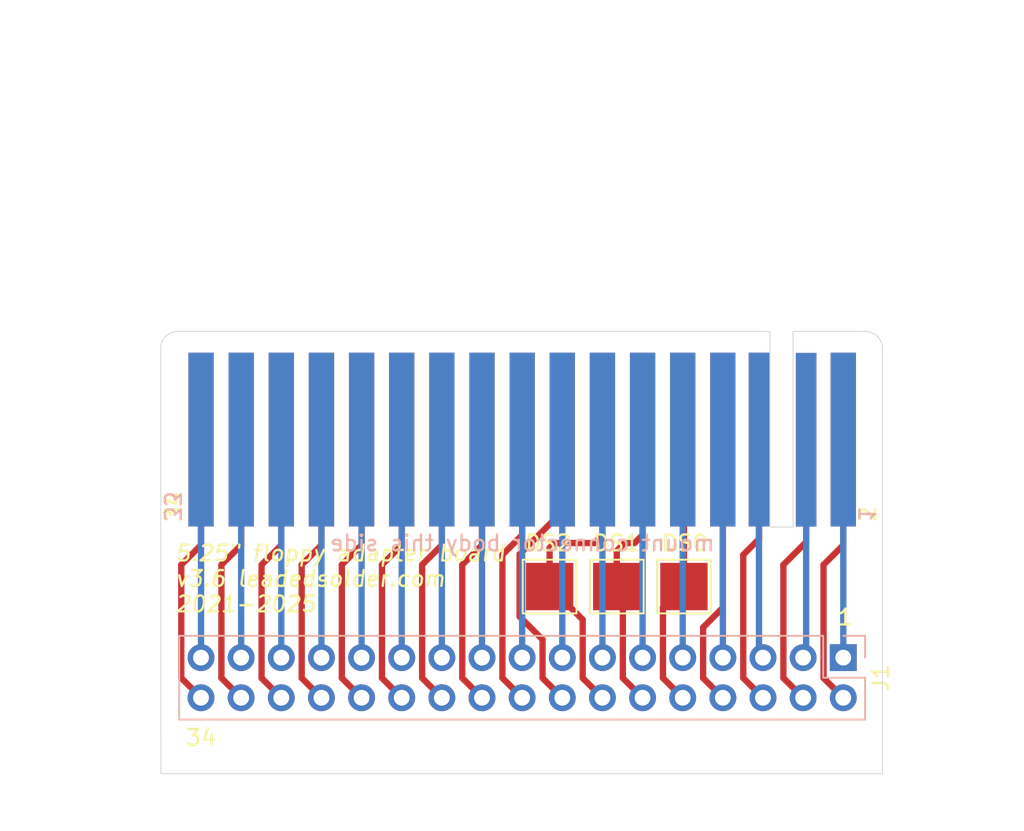
<source format=kicad_pcb>
(kicad_pcb (version 20241229) (generator "pcbnew") (generator_version "9.0")
  (layers (0 "F.Cu" signal) (2 "B.Cu" signal) (13 "F.Paste" user) (15 "B.Paste" user) (5 "F.SilkS" user "F.Silkscreen") (7 "B.SilkS" user "B.Silkscreen") (1 "F.Mask" user) (3 "B.Mask" user) (25 "Edge.Cuts" user))
  (net 0 "")
  (net 1 "/DriveSelect2")
  (net 2 "/DriveSelect1")
  (net 3 "/DriveSelect0")
  (net 4 "Net-(J1-Pin_19)")
  (net 5 "Net-(J1-Pin_22)")
  (net 6 "Net-(J1-Pin_16)")
  (net 7 "Net-(J1-Pin_1)")
  (net 8 "Net-(J1-Pin_4)")
  (net 9 "Net-(J1-Pin_25)")
  (net 10 "Net-(J1-Pin_29)")
  (net 11 "Net-(J1-Pin_32)")
  (net 12 "Net-(J1-Pin_6)")
  (net 13 "Net-(J1-Pin_30)")
  (net 14 "Net-(J1-Pin_9)")
  (net 15 "Net-(J1-Pin_26)")
  (net 16 "Net-(J1-Pin_21)")
  (net 17 "Net-(J1-Pin_23)")
  (net 18 "Net-(J1-Pin_8)")
  (net 19 "Net-(J1-Pin_20)")
  (net 20 "Net-(J1-Pin_15)")
  (net 21 "Net-(J1-Pin_13)")
  (net 22 "Net-(J1-Pin_33)")
  (net 23 "Net-(J1-Pin_7)")
  (net 24 "Net-(J1-Pin_17)")
  (net 25 "Net-(J1-Pin_27)")
  (net 26 "Net-(J1-Pin_5)")
  (net 27 "Net-(J1-Pin_3)")
  (net 28 "Net-(J1-Pin_18)")
  (net 29 "Net-(J1-Pin_34)")
  (net 30 "Net-(J1-Pin_24)")
  (net 31 "Net-(J1-Pin_11)")
  (net 32 "Net-(J1-Pin_31)")
  (net 33 "Net-(J1-Pin_2)")
  (net 34 "Net-(J1-Pin_28)")
  (footprint "EdgeConnectors:Floppy_Connector" (layer "F.Cu") (at 187.833 94.25 -90)
    (property "Reference" "J1" (at 1.27 -2.38 270) (layer "F.SilkS"))
    (property "Value" "Female Floppy Connector")
    (fp_line (start -1.38 42.02) (end 3.92 42.02) (stroke (width 0.12)) (layer "B.SilkS"))
    (fp_line (start -1.38 1.27) (end -1.38 42.02) (stroke (width 0.12)) (layer "B.SilkS"))
    (fp_line (start -1.38 1.27) (end 1.27 1.27) (stroke (width 0.12)) (layer "B.SilkS"))
    (fp_line (start 1.27 1.27) (end 1.27 -1.38) (stroke (width 0.12)) (layer "B.SilkS"))
    (fp_line (start -1.38 0) (end -1.38 -1.38) (stroke (width 0.12)) (layer "B.SilkS"))
    (fp_line (start -1.38 -1.38) (end 0 -1.38) (stroke (width 0.12)) (layer "B.SilkS"))
    (fp_line (start 1.27 -1.38) (end 3.92 -1.38) (stroke (width 0.12)) (layer "B.SilkS"))
    (fp_line (start 3.92 -1.38) (end 3.92 42.02) (stroke (width 0.12)) (layer "B.SilkS"))
    (pad "1" thru_hole rect (at 0 0 270) (size 1.7 1.7) (drill 1) (layers "*.Cu" "*.Mask") (net 7 "Net-(J1-Pin_1)"))
    (pad "2" thru_hole circle (at 2.54 0 270) (size 1.7 1.7) (drill 1) (layers "*.Cu" "*.Mask") (net 33 "Net-(J1-Pin_2)"))
    (pad "3" thru_hole circle (at 0 2.54 270) (size 1.7 1.7) (drill 1) (layers "*.Cu" "*.Mask") (net 27 "Net-(J1-Pin_3)"))
    (pad "4" thru_hole circle (at 2.54 2.54 270) (size 1.7 1.7) (drill 1) (layers "*.Cu" "*.Mask") (net 8 "Net-(J1-Pin_4)"))
    (pad "5" thru_hole circle (at 0 5.08 270) (size 1.7 1.7) (drill 1) (layers "*.Cu" "*.Mask") (net 26 "Net-(J1-Pin_5)"))
    (pad "6" thru_hole circle (at 2.54 5.08 270) (size 1.7 1.7) (drill 1) (layers "*.Cu" "*.Mask") (net 12 "Net-(J1-Pin_6)"))
    (pad "7" thru_hole circle (at 0 7.62 270) (size 1.7 1.7) (drill 1) (layers "*.Cu" "*.Mask") (net 23 "Net-(J1-Pin_7)"))
    (pad "8" thru_hole circle (at 2.54 7.62 270) (size 1.7 1.7) (drill 1) (layers "*.Cu" "*.Mask") (net 18 "Net-(J1-Pin_8)"))
    (pad "9" thru_hole circle (at 0 10.16 270) (size 1.7 1.7) (drill 1) (layers "*.Cu" "*.Mask") (net 14 "Net-(J1-Pin_9)"))
    (pad "10" thru_hole circle (at 2.54 10.16 270) (size 1.7 1.7) (drill 1) (layers "*.Cu" "*.Mask") (net 3 "/DriveSelect0"))
    (pad "11" thru_hole circle (at 0 12.7 270) (size 1.7 1.7) (drill 1) (layers "*.Cu" "*.Mask") (net 31 "Net-(J1-Pin_11)"))
    (pad "12" thru_hole circle (at 2.54 12.7 270) (size 1.7 1.7) (drill 1) (layers "*.Cu" "*.Mask") (net 2 "/DriveSelect1"))
    (pad "13" thru_hole circle (at 0 15.24 270) (size 1.7 1.7) (drill 1) (layers "*.Cu" "*.Mask") (net 21 "Net-(J1-Pin_13)"))
    (pad "14" thru_hole circle (at 2.54 15.24 270) (size 1.7 1.7) (drill 1) (layers "*.Cu" "*.Mask") (net 1 "/DriveSelect2"))
    (pad "15" thru_hole circle (at 0 17.78 270) (size 1.7 1.7) (drill 1) (layers "*.Cu" "*.Mask") (net 20 "Net-(J1-Pin_15)"))
    (pad "16" thru_hole circle (at 2.54 17.78 270) (size 1.7 1.7) (drill 1) (layers "*.Cu" "*.Mask") (net 6 "Net-(J1-Pin_16)"))
    (pad "17" thru_hole circle (at 0 20.32 270) (size 1.7 1.7) (drill 1) (layers "*.Cu" "*.Mask") (net 24 "Net-(J1-Pin_17)"))
    (pad "18" thru_hole circle (at 2.54 20.32 270) (size 1.7 1.7) (drill 1) (layers "*.Cu" "*.Mask") (net 28 "Net-(J1-Pin_18)"))
    (pad "19" thru_hole circle (at 0 22.86 270) (size 1.7 1.7) (drill 1) (layers "*.Cu" "*.Mask") (net 4 "Net-(J1-Pin_19)"))
    (pad "20" thru_hole circle (at 2.54 22.86 270) (size 1.7 1.7) (drill 1) (layers "*.Cu" "*.Mask") (net 19 "Net-(J1-Pin_20)"))
    (pad "21" thru_hole circle (at 0 25.4 270) (size 1.7 1.7) (drill 1) (layers "*.Cu" "*.Mask") (net 16 "Net-(J1-Pin_21)"))
    (pad "22" thru_hole circle (at 2.54 25.4 270) (size 1.7 1.7) (drill 1) (layers "*.Cu" "*.Mask") (net 5 "Net-(J1-Pin_22)"))
    (pad "23" thru_hole circle (at 0 27.94 270) (size 1.7 1.7) (drill 1) (layers "*.Cu" "*.Mask") (net 17 "Net-(J1-Pin_23)"))
    (pad "24" thru_hole circle (at 2.54 27.94 270) (size 1.7 1.7) (drill 1) (layers "*.Cu" "*.Mask") (net 30 "Net-(J1-Pin_24)"))
    (pad "25" thru_hole circle (at 0 30.48 270) (size 1.7 1.7) (drill 1) (layers "*.Cu" "*.Mask") (net 9 "Net-(J1-Pin_25)"))
    (pad "26" thru_hole circle (at 2.54 30.48 270) (size 1.7 1.7) (drill 1) (layers "*.Cu" "*.Mask") (net 15 "Net-(J1-Pin_26)"))
    (pad "27" thru_hole circle (at 0 33.02 270) (size 1.7 1.7) (drill 1) (layers "*.Cu" "*.Mask") (net 25 "Net-(J1-Pin_27)"))
    (pad "28" thru_hole circle (at 2.54 33.02 270) (size 1.7 1.7) (drill 1) (layers "*.Cu" "*.Mask") (net 34 "Net-(J1-Pin_28)"))
    (pad "29" thru_hole circle (at 0 35.56 270) (size 1.7 1.7) (drill 1) (layers "*.Cu" "*.Mask") (net 10 "Net-(J1-Pin_29)"))
    (pad "30" thru_hole circle (at 2.54 35.56 270) (size 1.7 1.7) (drill 1) (layers "*.Cu" "*.Mask") (net 13 "Net-(J1-Pin_30)"))
    (pad "31" thru_hole circle (at 0 38.1 270) (size 1.7 1.7) (drill 1) (layers "*.Cu" "*.Mask") (net 32 "Net-(J1-Pin_31)"))
    (pad "32" thru_hole circle (at 2.54 38.1 270) (size 1.7 1.7) (drill 1) (layers "*.Cu" "*.Mask") (net 11 "Net-(J1-Pin_32)"))
    (pad "33" thru_hole circle (at 0 40.64 270) (size 1.7 1.7) (drill 1) (layers "*.Cu" "*.Mask") (net 22 "Net-(J1-Pin_33)"))
    (pad "34" thru_hole circle (at 2.54 40.64 270) (size 1.7 1.7) (drill 1) (layers "*.Cu" "*.Mask") (net 29 "Net-(J1-Pin_34)"))
  )
  (footprint "TestPoint:TestPoint_Pad_3.0x3.0mm" (layer "F.Cu") (at 177.75 89.75)
    (property "Reference" "TP10" (hide yes))
    (property "Value" "TestPoint")
    (fp_line (start -1.7 -1.7) (end 1.7 -1.7) (stroke (width 0.12)) (layer "F.SilkS"))
    (fp_line (start -1.7 1.7) (end -1.7 -1.7) (stroke (width 0.12)) (layer "F.SilkS"))
    (fp_line (start 1.7 -1.7) (end 1.7 1.7) (stroke (width 0.12)) (layer "F.SilkS"))
    (fp_line (start 1.7 1.7) (end -1.7 1.7) (stroke (width 0.12)) (layer "F.SilkS"))
    (pad "1" smd rect (at 0 0) (size 3 3) (layers "F.Cu" "F.Mask") (net 3 "/DriveSelect0"))
  )
  (footprint "TestPoint:TestPoint_Pad_3.0x3.0mm" (layer "F.Cu") (at 169.25 89.75)
    (property "Reference" "TP14" (hide yes))
    (property "Value" "TestPoint")
    (fp_line (start -1.7 -1.7) (end 1.7 -1.7) (stroke (width 0.12)) (layer "F.SilkS"))
    (fp_line (start -1.7 1.7) (end -1.7 -1.7) (stroke (width 0.12)) (layer "F.SilkS"))
    (fp_line (start 1.7 -1.7) (end 1.7 1.7) (stroke (width 0.12)) (layer "F.SilkS"))
    (fp_line (start 1.7 1.7) (end -1.7 1.7) (stroke (width 0.12)) (layer "F.SilkS"))
    (pad "1" smd rect (at 0 0) (size 3 3) (layers "F.Cu" "F.Mask") (net 1 "/DriveSelect2"))
  )
  (footprint "TestPoint:TestPoint_Pad_3.0x3.0mm" (layer "F.Cu") (at 173.5 89.75)
    (property "Reference" "TP12" (hide yes))
    (property "Value" "TestPoint")
    (fp_line (start -1.7 -1.7) (end 1.7 -1.7) (stroke (width 0.12)) (layer "F.SilkS"))
    (fp_line (start -1.7 1.7) (end -1.7 -1.7) (stroke (width 0.12)) (layer "F.SilkS"))
    (fp_line (start 1.7 -1.7) (end 1.7 1.7) (stroke (width 0.12)) (layer "F.SilkS"))
    (fp_line (start 1.7 1.7) (end -1.7 1.7) (stroke (width 0.12)) (layer "F.SilkS"))
    (pad "1" smd rect (at 0 0) (size 3 3) (layers "F.Cu" "F.Mask") (net 2 "/DriveSelect1"))
  )
  (footprint "EdgeConnectors:FloppyEdge" (layer "B.Cu") (at 167.513 71.501)
    (property "Reference" "J2" (hide yes))
    (property "Value" "Edge Connector" (hide yes))
    (pad "1" smd rect (at 20.32 8.9408) (size 1.6 11) (layers "B.Cu" "B.Mask" "B.Paste") (net 7 "Net-(J1-Pin_1)"))
    (pad "2" smd rect (at 20.32 8.9408) (size 1.6 11) (layers "F.Cu" "F.Mask" "F.Paste") (net 33 "Net-(J1-Pin_2)"))
    (pad "3" smd rect (at 17.9705 8.9535) (size 1.3 11) (layers "B.Cu" "B.Mask" "B.Paste") (net 27 "Net-(J1-Pin_3)"))
    (pad "4" smd rect (at 17.9705 8.9535) (size 1.3 11) (layers "F.Cu" "F.Mask" "F.Paste") (net 8 "Net-(J1-Pin_4)"))
    (pad "5" smd rect (at 14.986 8.9408) (size 1.3 11) (layers "B.Cu" "B.Mask" "B.Paste") (net 26 "Net-(J1-Pin_5)"))
    (pad "6" smd rect (at 14.986 8.9408) (size 1.3 11) (layers "F.Cu" "F.Mask" "F.Paste") (net 12 "Net-(J1-Pin_6)"))
    (pad "7" smd rect (at 12.7 8.9408) (size 1.6 11) (layers "B.Cu" "B.Mask" "B.Paste") (net 23 "Net-(J1-Pin_7)"))
    (pad "8" smd rect (at 12.7 8.9408) (size 1.6 11) (layers "F.Cu" "F.Mask" "F.Paste") (net 18 "Net-(J1-Pin_8)"))
    (pad "9" smd rect (at 10.16 8.9408) (size 1.6 11) (layers "B.Cu" "B.Mask" "B.Paste") (net 14 "Net-(J1-Pin_9)"))
    (pad "10" smd rect (at 10.16 8.9408) (size 1.6 11) (layers "F.Cu" "F.Mask" "F.Paste") (net 3 "/DriveSelect0"))
    (pad "11" smd rect (at 7.62 8.9408) (size 1.6 11) (layers "B.Cu" "B.Mask" "B.Paste") (net 31 "Net-(J1-Pin_11)"))
    (pad "12" smd rect (at 7.62 8.9408) (size 1.6 11) (layers "F.Cu" "F.Mask" "F.Paste") (net 2 "/DriveSelect1"))
    (pad "13" smd rect (at 5.08 8.9408) (size 1.6 11) (layers "B.Cu" "B.Mask" "B.Paste") (net 21 "Net-(J1-Pin_13)"))
    (pad "14" smd rect (at 5.08 8.9408) (size 1.6 11) (layers "F.Cu" "F.Mask" "F.Paste") (net 1 "/DriveSelect2"))
    (pad "15" smd rect (at 2.54 8.9408) (size 1.6 11) (layers "B.Cu" "B.Mask" "B.Paste") (net 20 "Net-(J1-Pin_15)"))
    (pad "16" smd rect (at 2.54 8.9408) (size 1.6 11) (layers "F.Cu" "F.Mask" "F.Paste") (net 6 "Net-(J1-Pin_16)"))
    (pad "17" smd rect (at 0 8.9408) (size 1.6 11) (layers "B.Cu" "B.Mask" "B.Paste") (net 24 "Net-(J1-Pin_17)"))
    (pad "18" smd rect (at 0 8.9408) (size 1.6 11) (layers "F.Cu" "F.Mask" "F.Paste") (net 28 "Net-(J1-Pin_18)"))
    (pad "19" smd rect (at -2.54 8.9408) (size 1.6 11) (layers "B.Cu" "B.Mask" "B.Paste") (net 4 "Net-(J1-Pin_19)"))
    (pad "20" smd rect (at -2.54 8.9408) (size 1.6 11) (layers "F.Cu" "F.Mask" "F.Paste") (net 19 "Net-(J1-Pin_20)"))
    (pad "21" smd rect (at -5.08 8.9408) (size 1.6 11) (layers "B.Cu" "B.Mask" "B.Paste") (net 16 "Net-(J1-Pin_21)"))
    (pad "22" smd rect (at -5.08 8.9408) (size 1.6 11) (layers "F.Cu" "F.Mask" "F.Paste") (net 5 "Net-(J1-Pin_22)"))
    (pad "23" smd rect (at -7.62 8.9408) (size 1.6 11) (layers "B.Cu" "B.Mask" "B.Paste") (net 17 "Net-(J1-Pin_23)"))
    (pad "24" smd rect (at -7.62 8.9408) (size 1.6 11) (layers "F.Cu" "F.Mask" "F.Paste") (net 30 "Net-(J1-Pin_24)"))
    (pad "25" smd rect (at -10.16 8.9408) (size 1.6 11) (layers "B.Cu" "B.Mask" "B.Paste") (net 9 "Net-(J1-Pin_25)"))
    (pad "26" smd rect (at -10.16 8.9408) (size 1.6 11) (layers "F.Cu" "F.Mask" "F.Paste") (net 15 "Net-(J1-Pin_26)"))
    (pad "27" smd rect (at -12.7 8.9408) (size 1.6 11) (layers "B.Cu" "B.Mask" "B.Paste") (net 25 "Net-(J1-Pin_27)"))
    (pad "28" smd rect (at -12.7 8.9408) (size 1.6 11) (layers "F.Cu" "F.Mask" "F.Paste") (net 34 "Net-(J1-Pin_28)"))
    (pad "29" smd rect (at -15.24 8.9408) (size 1.6 11) (layers "B.Cu" "B.Mask" "B.Paste") (net 10 "Net-(J1-Pin_29)"))
    (pad "30" smd rect (at -15.24 8.9408) (size 1.6 11) (layers "F.Cu" "F.Mask" "F.Paste") (net 13 "Net-(J1-Pin_30)"))
    (pad "31" smd rect (at -17.78 8.9408) (size 1.6 11) (layers "B.Cu" "B.Mask" "B.Paste") (net 32 "Net-(J1-Pin_31)"))
    (pad "32" smd rect (at -17.78 8.9408) (size 1.6 11) (layers "F.Cu" "F.Mask" "F.Paste") (net 11 "Net-(J1-Pin_32)"))
    (pad "33" smd rect (at -20.32 8.9408) (size 1.6 11) (layers "B.Cu" "B.Mask" "B.Paste") (net 22 "Net-(J1-Pin_33)"))
    (pad "34" smd rect (at -20.32 8.9408) (size 1.6 11) (layers "F.Cu" "F.Mask" "F.Paste") (net 29 "Net-(J1-Pin_34)"))
  )
  (gr_line (start 183.1975 73.5965) (end 183.1975 85.979) (stroke (width 0.05)) (layer "Edge.Cuts"))
  (gr_line (start 144.653 101.6) (end 190.3095 101.6) (stroke (width 0.05)) (layer "Edge.Cuts"))
  (gr_line (start 145.7198 73.5965) (end 183.1975 73.5965) (stroke (width 0.05)) (layer "Edge.Cuts"))
  (gr_line (start 189.23 73.5965) (end 184.658 73.5965) (stroke (width 0.05)) (layer "Edge.Cuts"))
  (gr_line (start 144.6403 74.676) (end 144.653 101.6) (stroke (width 0.05)) (layer "Edge.Cuts"))
  (gr_line (start 184.658 73.5965) (end 184.658 85.979) (stroke (width 0.05)) (layer "Edge.Cuts"))
  (gr_arc (start 144.6403 74.676) (mid 144.956478 73.912678) (end 145.7198 73.5965) (stroke (width 0.05)) (layer "Edge.Cuts"))
  (gr_arc (start 189.23 73.5965) (mid 189.993322 73.912678) (end 190.3095 74.676) (stroke (width 0.05)) (layer "Edge.Cuts"))
  (gr_line (start 190.3095 74.676) (end 190.3095 101.6) (stroke (width 0.05)) (layer "Edge.Cuts"))
  (gr_line (start 184.658 85.979) (end 183.1975 85.979) (stroke (width 0.05)) (layer "Edge.Cuts"))
  (gr_text "DS0" (at 177.8 86.995 0) (layer "F.SilkS") (effects (font (size 1 1))))
  (gr_text "DS2" (at 169.164 86.995 0) (layer "F.SilkS") (effects (font (size 1 1))))
  (gr_text "1" (at 187.96 91.694 0) (layer "F.SilkS") (effects (font (size 1 1))))
  (gr_text "DS1" (at 173.482 86.995 0) (layer "F.SilkS") (effects (font (size 1 1))))
  (gr_text "2" (at 189.992 85.725 90) (layer "F.SilkS") (effects (font (size 1 1)) (justify left bottom)))
  (gr_text "5.25{dblquote} floppy adapter board\nv3.6 leadedsolder.com\n2021-2025" (at 145.5 89.25 0) (layer "F.SilkS") (effects (font (size 1 1) (thickness 0.15) (italic yes)) (justify left)))
  (gr_text "34" (at 147.193 99.314 0) (layer "F.SilkS") (effects (font (size 1 1))))
  (gr_text "34" (at 146.05 85.725 90) (layer "F.SilkS") (effects (font (size 1 1)) (justify left bottom)))
  (gr_text "33" (at 144.78 85.725 270) (layer "B.SilkS") (effects (font (size 1 1)) (justify left bottom mirror)))
  (gr_text "1" (at 188.722 85.725 270) (layer "B.SilkS") (effects (font (size 1 1)) (justify left bottom mirror)))
  (gr_text "mount connector body this side" (at 167.513 87 0) (layer "B.SilkS") (effects (font (size 1 1)) (justify mirror)))
  (segment (start 169.25 89.75) (end 169.25 87.29) (width 0.4) (layer "F.Cu") (net 1))
  (segment (start 172.593 96.79) (end 171.343489 95.540489) (width 0.4) (layer "F.Cu") (net 1))
  (segment (start 169.545 86.995) (end 172.085 86.995) (width 0.4) (layer "F.Cu") (net 1))
  (segment (start 171.343489 91.843489) (end 169.25 89.75) (width 0.4) (layer "F.Cu") (net 1))
  (segment (start 171.343489 95.540489) (end 171.343489 91.843489) (width 0.4) (layer "F.Cu") (net 1))
  (segment (start 172.593 86.487) (end 172.593 80.4418) (width 0.4) (layer "F.Cu") (net 1))
  (segment (start 172.085 86.995) (end 172.593 86.487) (width 0.4) (layer "F.Cu") (net 1))
  (segment (start 169.25 87.29) (end 169.545 86.995) (width 0.4) (layer "F.Cu") (net 1))
  (segment (start 175.133 86.487) (end 175.133 80.4418) (width 0.4) (layer "F.Cu") (net 2))
  (segment (start 173.883489 95.540489) (end 173.883489 90.133489) (width 0.4) (layer "F.Cu") (net 2))
  (segment (start 173.5 89.75) (end 173.5 87.485) (width 0.4) (layer "F.Cu") (net 2))
  (segment (start 173.99 86.995) (end 174.625 86.995) (width 0.4) (layer "F.Cu") (net 2))
  (segment (start 174.625 86.995) (end 175.133 86.487) (width 0.4) (layer "F.Cu") (net 2))
  (segment (start 175.133 96.79) (end 173.883489 95.540489) (width 0.4) (layer "F.Cu") (net 2))
  (segment (start 173.5 87.485) (end 173.99 86.995) (width 0.4) (layer "F.Cu") (net 2))
  (segment (start 173.883489 90.133489) (end 173.5 89.75) (width 0.4) (layer "F.Cu") (net 2))
  (segment (start 176.423489 95.540489) (end 176.423489 91.076511) (width 0.4) (layer "F.Cu") (net 3))
  (segment (start 176.423489 91.076511) (end 177.75 89.75) (width 0.4) (layer "F.Cu") (net 3))
  (segment (start 177.673 96.79) (end 176.423489 95.540489) (width 0.4) (layer "F.Cu") (net 3))
  (segment (start 177.75 89.75) (end 177.75 80.5188) (width 0.4) (layer "F.Cu") (net 3))
  (segment (start 177.75 80.5188) (end 177.673 80.4418) (width 0.4) (layer "F.Cu") (net 3))
  (segment (start 164.973 94.25) (end 164.973 80.4418) (width 0.4) (layer "B.Cu") (net 4))
  (segment (start 162.433 87.122) (end 162.433 80.4418) (width 0.4) (layer "F.Cu") (net 5))
  (segment (start 161.183489 95.540489) (end 161.183489 88.371511) (width 0.4) (layer "F.Cu") (net 5))
  (segment (start 161.183489 88.371511) (end 162.433 87.122) (width 0.4) (layer "F.Cu") (net 5))
  (segment (start 162.433 96.79) (end 161.183489 95.540489) (width 0.4) (layer "F.Cu") (net 5))
  (segment (start 170.053 96.79) (end 168.803489 95.540489) (width 0.4) (layer "F.Cu") (net 6))
  (segment (start 167.350489 91.649511) (end 167.350489 87.703333) (width 0.4) (layer "F.Cu") (net 6))
  (segment (start 168.803489 95.540489) (end 168.803489 93.102511) (width 0.4) (layer "F.Cu") (net 6))
  (segment (start 170.053 85.000822) (end 170.053 80.4418) (width 0.4) (layer "F.Cu") (net 6))
  (segment (start 168.803489 93.102511) (end 167.350489 91.649511) (width 0.4) (layer "F.Cu") (net 6))
  (segment (start 167.350489 87.703333) (end 170.053 85.000822) (width 0.4) (layer "F.Cu") (net 6))
  (segment (start 187.833 80.4418) (end 187.833 94.25) (width 0.4) (layer "B.Cu") (net 7))
  (segment (start 185.293 96.79) (end 184.043489 95.540489) (width 0.4) (layer "F.Cu") (net 8))
  (segment (start 185.4835 86.9315) (end 185.4835 80.4545) (width 0.4) (layer "F.Cu") (net 8))
  (segment (start 184.043489 88.371511) (end 185.4835 86.9315) (width 0.4) (layer "F.Cu") (net 8))
  (segment (start 184.043489 95.540489) (end 184.043489 88.371511) (width 0.4) (layer "F.Cu") (net 8))
  (segment (start 157.353 94.25) (end 157.353 80.4418) (width 0.4) (layer "B.Cu") (net 9))
  (segment (start 152.273 94.25) (end 152.273 80.4418) (width 0.4) (layer "B.Cu") (net 10))
  (segment (start 149.733 96.79) (end 148.483489 95.540489) (width 0.4) (layer "F.Cu") (net 11))
  (segment (start 148.483489 95.540489) (end 148.483489 88.371511) (width 0.4) (layer "F.Cu") (net 11))
  (segment (start 148.483489 88.371511) (end 149.733 87.122) (width 0.4) (layer "F.Cu") (net 11))
  (segment (start 149.733 87.122) (end 149.733 80.4418) (width 0.4) (layer "F.Cu") (net 11))
  (segment (start 181.503489 87.736511) (end 182.499 86.741) (width 0.4) (layer "F.Cu") (net 12))
  (segment (start 181.503489 95.540489) (end 181.503489 87.736511) (width 0.4) (layer "F.Cu") (net 12))
  (segment (start 182.499 86.741) (end 182.499 80.4418) (width 0.4) (layer "F.Cu") (net 12))
  (segment (start 182.753 96.79) (end 181.503489 95.540489) (width 0.4) (layer "F.Cu") (net 12))
  (segment (start 151.023489 88.371511) (end 152.273 87.122) (width 0.4) (layer "F.Cu") (net 13))
  (segment (start 152.273 87.122) (end 152.273 80.4418) (width 0.4) (layer "F.Cu") (net 13))
  (segment (start 152.273 96.79) (end 151.023489 95.540489) (width 0.4) (layer "F.Cu") (net 13))
  (segment (start 151.023489 95.540489) (end 151.023489 88.371511) (width 0.4) (layer "F.Cu") (net 13))
  (segment (start 177.673 94.25) (end 177.673 80.4418) (width 0.4) (layer "B.Cu") (net 14))
  (segment (start 156.103489 88.371511) (end 157.353 87.122) (width 0.4) (layer "F.Cu") (net 15))
  (segment (start 157.353 87.122) (end 157.353 80.4418) (width 0.4) (layer "F.Cu") (net 15))
  (segment (start 156.103489 95.540489) (end 156.103489 88.371511) (width 0.4) (layer "F.Cu") (net 15))
  (segment (start 157.353 96.79) (end 156.103489 95.540489) (width 0.4) (layer "F.Cu") (net 15))
  (segment (start 162.433 94.25) (end 162.433 80.4418) (width 0.4) (layer "B.Cu") (net 16))
  (segment (start 159.893 94.25) (end 159.893 80.4418) (width 0.4) (layer "B.Cu") (net 17))
  (segment (start 180.213 91.086022) (end 180.213 80.4418) (width 0.4) (layer "F.Cu") (net 18))
  (segment (start 178.963489 95.540489) (end 178.963489 92.335533) (width 0.4) (layer "F.Cu") (net 18))
  (segment (start 180.213 96.79) (end 178.963489 95.540489) (width 0.4) (layer "F.Cu") (net 18))
  (segment (start 178.963489 92.335533) (end 180.213 91.086022) (width 0.4) (layer "F.Cu") (net 18))
  (segment (start 163.723489 88.371511) (end 164.973 87.122) (width 0.4) (layer "F.Cu") (net 19))
  (segment (start 164.973 96.79) (end 163.723489 95.540489) (width 0.4) (layer "F.Cu") (net 19))
  (segment (start 163.723489 95.540489) (end 163.723489 88.371511) (width 0.4) (layer "F.Cu") (net 19))
  (segment (start 164.973 87.122) (end 164.973 80.4418) (width 0.4) (layer "F.Cu") (net 19))
  (segment (start 170.053 94.25) (end 170.053 80.4418) (width 0.4) (layer "B.Cu") (net 20))
  (segment (start 172.593 94.25) (end 172.593 80.4418) (width 0.4) (layer "B.Cu") (net 21))
  (segment (start 147.193 94.25) (end 147.193 80.4418) (width 0.4) (layer "B.Cu") (net 22))
  (segment (start 180.213 94.25) (end 180.213 80.4418) (width 0.4) (layer "B.Cu") (net 23))
  (segment (start 167.513 94.25) (end 167.513 80.4418) (width 0.4) (layer "B.Cu") (net 24))
  (segment (start 154.813 94.25) (end 154.813 80.4418) (width 0.4) (layer "B.Cu") (net 25))
  (segment (start 182.499 93.996) (end 182.753 94.25) (width 0.4) (layer "B.Cu") (net 26))
  (segment (start 182.499 80.4418) (end 182.499 93.996) (width 0.4) (layer "B.Cu") (net 26))
  (segment (start 185.4835 80.4545) (end 185.4835 94.0595) (width 0.4) (layer "B.Cu") (net 27))
  (segment (start 185.4835 94.0595) (end 185.293 94.25) (width 0.4) (layer "B.Cu") (net 27))
  (segment (start 166.263489 87.736511) (end 167.513 86.487) (width 0.4) (layer "F.Cu") (net 28))
  (segment (start 167.513 86.487) (end 167.513 80.4418) (width 0.4) (layer "F.Cu") (net 28))
  (segment (start 167.513 96.79) (end 166.263489 95.540489) (width 0.4) (layer "F.Cu") (net 28))
  (segment (start 166.263489 95.540489) (end 166.263489 87.736511) (width 0.4) (layer "F.Cu") (net 28))
  (segment (start 147.193 87.122) (end 147.193 80.4418) (width 0.4) (layer "F.Cu") (net 29))
  (segment (start 145.943489 88.371511) (end 147.193 87.122) (width 0.4) (layer "F.Cu") (net 29))
  (segment (start 145.943489 95.540489) (end 145.943489 88.371511) (width 0.4) (layer "F.Cu") (net 29))
  (segment (start 147.193 96.79) (end 145.943489 95.540489) (width 0.4) (layer "F.Cu") (net 29))
  (segment (start 158.643489 88.371511) (end 159.893 87.122) (width 0.4) (layer "F.Cu") (net 30))
  (segment (start 159.893 87.122) (end 159.893 80.4418) (width 0.4) (layer "F.Cu") (net 30))
  (segment (start 158.643489 95.540489) (end 158.643489 88.371511) (width 0.4) (layer "F.Cu") (net 30))
  (segment (start 159.893 96.79) (end 158.643489 95.540489) (width 0.4) (layer "F.Cu") (net 30))
  (segment (start 175.133 94.25) (end 175.133 80.4418) (width 0.4) (layer "B.Cu") (net 31))
  (segment (start 149.733 94.25) (end 149.733 80.4418) (width 0.4) (layer "B.Cu") (net 32))
  (segment (start 186.583489 88.371511) (end 187.833 87.122) (width 0.4) (layer "F.Cu") (net 33))
  (segment (start 186.583489 95.540489) (end 186.583489 88.371511) (width 0.4) (layer "F.Cu") (net 33))
  (segment (start 187.833 87.122) (end 187.833 80.4418) (width 0.4) (layer "F.Cu") (net 33))
  (segment (start 187.833 96.79) (end 186.583489 95.540489) (width 0.4) (layer "F.Cu") (net 33))
  (segment (start 154.813 87.122) (end 154.813 80.4418) (width 0.4) (layer "F.Cu") (net 34))
  (segment (start 153.563489 95.540489) (end 153.563489 88.371511) (width 0.4) (layer "F.Cu") (net 34))
  (segment (start 154.813 96.79) (end 153.563489 95.540489) (width 0.4) (layer "F.Cu") (net 34))
  (segment (start 153.563489 88.371511) (end 154.813 87.122) (width 0.4) (layer "F.Cu") (net 34))
)
</source>
